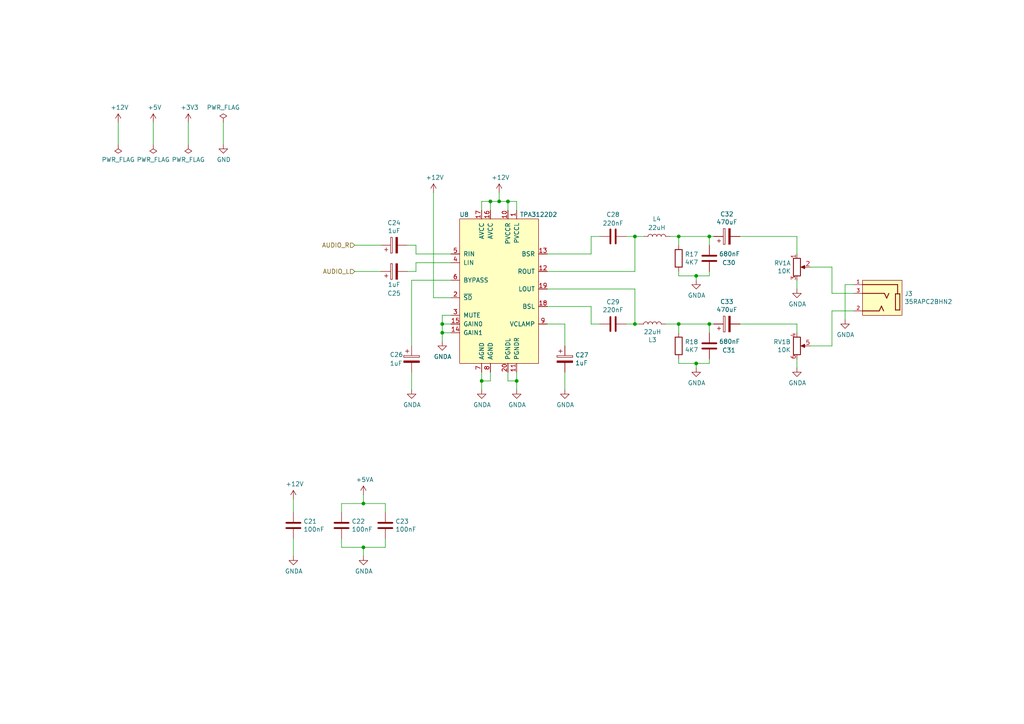
<source format=kicad_sch>
(kicad_sch (version 20230121) (generator eeschema)
  (paper "A4")
  (lib_symbols
    (symbol "Ddraig:35RAPC2BHN2" (pin_names (offset 1.016) hide)
      (property "Reference" "J" (at -5.08 7.62 0))
      (property "Value" "35RAPC2BHN2" (at -7.62 -6.35 0))
      (symbol "35RAPC2BHN2_0_0"
        (polyline (pts (xy -5.715 -2.286) (xy -5.715 2.413)) (stroke (width 0.254)))
        (polyline (pts (xy -5.715 2.413) (xy -5.08 2.413)) (stroke (width 0.254)))
        (polyline (pts (xy -5.08 2.413) (xy -4.445 2.413)) (stroke (width 0.254)))
        (polyline (pts (xy -5.08 5.08) (xy -5.08 2.413)) (stroke (width 0.254)))
        (polyline (pts (xy -4.445 -2.286) (xy -5.715 -2.286)) (stroke (width 0.254)))
        (polyline (pts (xy -4.445 2.413) (xy -4.445 -2.286)) (stroke (width 0.254)))
        (polyline (pts (xy -1.905 1.143) (xy -2.54 2.54)) (stroke (width 0.254)))
        (polyline (pts (xy -1.27 2.54) (xy -1.905 1.143)) (stroke (width 0.254)))
        (polyline (pts (xy -0.381 -1.143) (xy -1.016 -2.54)) (stroke (width 0.254)))
        (polyline (pts (xy 0.254 -2.54) (xy -0.381 -1.143)) (stroke (width 0.254)))
        (polyline (pts (xy 5.08 -2.54) (xy 0.254 -2.54)) (stroke (width 0.254)))
        (polyline (pts (xy 5.08 2.54) (xy -1.27 2.54)) (stroke (width 0.254)))
        (polyline (pts (xy 5.08 5.08) (xy -5.08 5.08)) (stroke (width 0.254)))
        (pin passive line (at 7.62 5.08 180) (length 2.54) (name "~") (number "1"))
        (pin passive line (at 7.62 -2.54 180) (length 2.54) (name "~") (number "2"))
        (pin passive line (at 7.62 2.54 180) (length 2.54) (name "~") (number "3"))
      )
      (symbol "35RAPC2BHN2_1_1"
        (rectangle (start -6.35 6.35) (end 5.08 -3.81) (fill (type background)))
      )
    )
    (symbol "Ddraig:TPA3122D2" (pin_names (offset 1.016))
      (property "Reference" "U" (at 8.89 22.86 0))
      (property "Value" "TPA3122D2" (at -12.7 -21.59 0))
      (symbol "TPA3122D2_0_1"
        (rectangle (start -11.43 21.59) (end 11.43 -20.32) (fill (type background)))
      )
      (symbol "TPA3122D2_1_1"
        (pin power_in line (at 5.08 24.13 270) (length 2.54) (name "PVCCL") (number "1"))
        (pin power_in line (at 2.54 24.13 270) (length 2.54) (name "PVCCR") (number "10"))
        (pin power_in line (at 5.08 -22.86 90) (length 2.54) (name "PGNDR") (number "11"))
        (pin output line (at 13.97 6.35 180) (length 2.54) (name "ROUT") (number "12"))
        (pin passive line (at 13.97 11.43 180) (length 2.54) (name "BSR") (number "13"))
        (pin input line (at -13.97 -11.43 0) (length 2.54) (name "GAIN1") (number "14"))
        (pin input line (at -13.97 -8.89 0) (length 2.54) (name "GAIN0") (number "15"))
        (pin power_in line (at -2.54 24.13 270) (length 2.54) (name "AVCC") (number "16"))
        (pin power_in line (at -5.08 24.13 270) (length 2.54) (name "AVCC") (number "17"))
        (pin passive line (at 13.97 -3.81 180) (length 2.54) (name "BSL") (number "18"))
        (pin output line (at 13.97 1.27 180) (length 2.54) (name "LOUT") (number "19"))
        (pin input line (at -13.97 -1.27 0) (length 2.54) (name "~{SD}") (number "2"))
        (pin power_in line (at 2.54 -22.86 90) (length 2.54) (name "PGNDL") (number "20"))
        (pin input line (at -13.97 -6.35 0) (length 2.54) (name "MUTE") (number "3"))
        (pin input line (at -13.97 8.89 0) (length 2.54) (name "LIN") (number "4"))
        (pin input line (at -13.97 11.43 0) (length 2.54) (name "RIN") (number "5"))
        (pin passive line (at -13.97 3.81 0) (length 2.54) (name "BYPASS") (number "6"))
        (pin power_in line (at -5.08 -22.86 90) (length 2.54) (name "AGND") (number "7"))
        (pin power_in line (at -2.54 -22.86 90) (length 2.54) (name "AGND") (number "8"))
        (pin input line (at 13.97 -8.89 180) (length 2.54) (name "VCLAMP") (number "9"))
      )
    )
    (symbol "Device:C" (pin_numbers hide) (pin_names (offset 0.254))
      (property "Reference" "C" (at 0.635 2.54 0))
      (property "Value" "C" (at 0.635 -2.54 0))
      (symbol "C_0_1"
        (polyline (pts (xy -2.032 -0.762) (xy 2.032 -0.762)) (stroke (width 0.508)))
        (polyline (pts (xy -2.032 0.762) (xy 2.032 0.762)) (stroke (width 0.508)))
      )
      (symbol "C_1_1"
        (pin passive line (at 0 3.81 270) (length 2.794) (name "~") (number "1"))
        (pin passive line (at 0 -3.81 90) (length 2.794) (name "~") (number "2"))
      )
    )
    (symbol "Device:C_Polarized" (pin_numbers hide) (pin_names (offset 0.254))
      (property "Reference" "C" (at 0.635 2.54 0))
      (property "Value" "C_Polarized" (at 0.635 -2.54 0))
      (symbol "C_Polarized_0_1"
        (rectangle (start -2.286 0.508) (end 2.286 1.016))
        (polyline (pts (xy -1.778 2.286) (xy -0.762 2.286)))
        (polyline (pts (xy -1.27 2.794) (xy -1.27 1.778)))
        (rectangle (start 2.286 -0.508) (end -2.286 -1.016) (fill (type outline)))
      )
      (symbol "C_Polarized_1_1"
        (pin passive line (at 0 3.81 270) (length 2.794) (name "~") (number "1"))
        (pin passive line (at 0 -3.81 90) (length 2.794) (name "~") (number "2"))
      )
    )
    (symbol "Device:L" (pin_numbers hide) (pin_names (offset 1.016) hide)
      (property "Reference" "L" (at -1.27 0 90))
      (property "Value" "L" (at 1.905 0 90))
      (symbol "L_0_1"
        (arc (start 0 -2.54) (mid 0.6323 -1.905) (end 0 -1.27))
        (arc (start 0 -1.27) (mid 0.6323 -0.635) (end 0 0))
        (arc (start 0 0) (mid 0.6323 0.635) (end 0 1.27))
        (arc (start 0 1.27) (mid 0.6323 1.905) (end 0 2.54))
      )
      (symbol "L_1_1"
        (pin passive line (at 0 3.81 270) (length 1.27) (name "1") (number "1"))
        (pin passive line (at 0 -3.81 90) (length 1.27) (name "2") (number "2"))
      )
    )
    (symbol "Device:R" (pin_numbers hide) (pin_names (offset 0))
      (property "Reference" "R" (at 2.032 0 90))
      (property "Value" "R" (at 0 0 90))
      (symbol "R_0_1"
        (rectangle (start -1.016 -2.54) (end 1.016 2.54) (stroke (width 0.254)))
      )
      (symbol "R_1_1"
        (pin passive line (at 0 3.81 270) (length 1.27) (name "~") (number "1"))
        (pin passive line (at 0 -3.81 90) (length 1.27) (name "~") (number "2"))
      )
    )
    (symbol "Device:R_Potentiometer_Dual_Separate" (pin_names (offset 1.016) hide)
      (property "Reference" "RV" (at -4.445 0 90))
      (property "Value" "R_Potentiometer_Dual_Separate" (at -2.54 0 90))
      (symbol "R_Potentiometer_Dual_Separate_0_1"
        (polyline (pts (xy 2.54 0) (xy 1.524 0)))
        (polyline (pts (xy 1.143 0) (xy 2.286 0.508) (xy 2.286 -0.508) (xy 1.143 0)) (fill (type outline)))
        (rectangle (start 1.016 2.54) (end -1.016 -2.54) (stroke (width 0.254)))
      )
      (symbol "R_Potentiometer_Dual_Separate_1_1"
        (pin passive line (at 0 3.81 270) (length 1.27) (name "1") (number "1"))
        (pin passive line (at 3.81 0 180) (length 1.27) (name "2") (number "2"))
        (pin passive line (at 0 -3.81 90) (length 1.27) (name "3") (number "3"))
      )
      (symbol "R_Potentiometer_Dual_Separate_2_1"
        (pin passive line (at 0 3.81 270) (length 1.27) (name "4") (number "4"))
        (pin passive line (at 3.81 0 180) (length 1.27) (name "5") (number "5"))
        (pin passive line (at 0 -3.81 90) (length 1.27) (name "6") (number "6"))
      )
    )
    (symbol "power:+12V" (power) (pin_names (offset 0))
      (property "Value" "+12V" (at 0 3.556 0))
      (symbol "+12V_0_1"
        (polyline (pts (xy -0.762 1.27) (xy 0 2.54)))
        (polyline (pts (xy 0 0) (xy 0 2.54)))
        (polyline (pts (xy 0 2.54) (xy 0.762 1.27)))
      )
      (symbol "+12V_1_1"
        (pin power_in line (at 0 0 90) (length 0) hide (name "+12V") (number "1"))
      )
    )
    (symbol "power:+3V3" (power) (pin_names (offset 0))
      (property "Value" "+3V3" (at 0 3.556 0))
      (symbol "+3V3_0_1"
        (polyline (pts (xy -0.762 1.27) (xy 0 2.54)))
        (polyline (pts (xy 0 0) (xy 0 2.54)))
        (polyline (pts (xy 0 2.54) (xy 0.762 1.27)))
      )
      (symbol "+3V3_1_1"
        (pin power_in line (at 0 0 90) (length 0) hide (name "+3V3") (number "1"))
      )
    )
    (symbol "power:+5V" (power) (pin_names (offset 0))
      (property "Value" "+5V" (at 0 3.556 0))
      (symbol "+5V_0_1"
        (polyline (pts (xy -0.762 1.27) (xy 0 2.54)))
        (polyline (pts (xy 0 0) (xy 0 2.54)))
        (polyline (pts (xy 0 2.54) (xy 0.762 1.27)))
      )
      (symbol "+5V_1_1"
        (pin power_in line (at 0 0 90) (length 0) hide (name "+5V") (number "1"))
      )
    )
    (symbol "power:+5VA" (power) (pin_names (offset 0))
      (property "Value" "+5VA" (at 0 3.556 0))
      (symbol "+5VA_0_1"
        (polyline (pts (xy -0.762 1.27) (xy 0 2.54)))
        (polyline (pts (xy 0 0) (xy 0 2.54)))
        (polyline (pts (xy 0 2.54) (xy 0.762 1.27)))
      )
      (symbol "+5VA_1_1"
        (pin power_in line (at 0 0 90) (length 0) hide (name "+5VA") (number "1"))
      )
    )
    (symbol "power:GND" (power) (pin_names (offset 0))
      (property "Value" "GND" (at 0 -3.81 0))
      (symbol "GND_0_1"
        (polyline (pts (xy 0 0) (xy 0 -1.27) (xy 1.27 -1.27) (xy 0 -2.54) (xy -1.27 -1.27) (xy 0 -1.27)))
      )
      (symbol "GND_1_1"
        (pin power_in line (at 0 0 270) (length 0) hide (name "GND") (number "1"))
      )
    )
    (symbol "power:GNDA" (power) (pin_names (offset 0))
      (property "Value" "GNDA" (at 0 -3.81 0))
      (symbol "GNDA_0_1"
        (polyline (pts (xy 0 0) (xy 0 -1.27) (xy 1.27 -1.27) (xy 0 -2.54) (xy -1.27 -1.27) (xy 0 -1.27)))
      )
      (symbol "GNDA_1_1"
        (pin power_in line (at 0 0 270) (length 0) hide (name "GNDA") (number "1"))
      )
    )
    (symbol "power:PWR_FLAG" (power) (pin_numbers hide) (pin_names (offset 0) hide)
      (property "Value" "PWR_FLAG" (at 0 3.81 0))
      (symbol "PWR_FLAG_0_0"
        (pin power_out line (at 0 0 90) (length 0) (name "pwr") (number "1"))
      )
      (symbol "PWR_FLAG_0_1"
        (polyline (pts (xy 0 0) (xy 0 1.27) (xy -1.016 1.905) (xy 0 2.54) (xy 1.016 1.905) (xy 0 1.27)))
      )
    )
  )
  (junction (at 205.74 68.58))
  (junction (at 139.7 110.49))
  (junction (at 149.86 110.49))
  (junction (at 201.93 80.01))
  (junction (at 147.32 58.42))
  (junction (at 196.85 93.98))
  (junction (at 201.93 105.41))
  (junction (at 205.74 93.98))
  (junction (at 184.15 93.98))
  (junction (at 128.27 96.52))
  (junction (at 144.78 58.42))
  (junction (at 105.41 158.75))
  (junction (at 128.27 93.98))
  (junction (at 196.85 68.58))
  (junction (at 142.24 58.42))
  (junction (at 105.41 146.05))
  (junction (at 184.15 68.58))
  (wire (pts (xy 130.81 81.28) (xy 119.38 81.28)))
  (wire (pts (xy 119.38 113.03) (xy 119.38 107.95)))
  (wire (pts (xy 147.32 110.49) (xy 149.86 110.49)))
  (wire (pts (xy 110.49 78.74) (xy 102.87 78.74)))
  (wire (pts (xy 139.7 113.03) (xy 139.7 110.49)))
  (wire (pts (xy 234.95 100.33) (xy 241.3 100.33)))
  (wire (pts (xy 205.74 105.41) (xy 205.74 104.14)))
  (wire (pts (xy 128.27 91.44) (xy 130.81 91.44)))
  (wire (pts (xy 205.74 68.58) (xy 205.74 71.12)))
  (wire (pts (xy 130.81 76.2) (xy 120.65 76.2)))
  (wire (pts (xy 201.93 106.68) (xy 201.93 105.41)))
  (wire (pts (xy 102.87 71.12) (xy 110.49 71.12)))
  (wire (pts (xy 54.61 41.91) (xy 54.61 35.56)))
  (wire (pts (xy 64.77 35.56) (xy 64.77 41.91)))
  (wire (pts (xy 120.65 73.66) (xy 130.81 73.66)))
  (wire (pts (xy 163.83 107.95) (xy 163.83 113.03)))
  (wire (pts (xy 105.41 143.51) (xy 105.41 146.05)))
  (wire (pts (xy 111.76 148.59) (xy 111.76 146.05)))
  (wire (pts (xy 196.85 105.41) (xy 201.93 105.41)))
  (wire (pts (xy 147.32 58.42) (xy 149.86 58.42)))
  (wire (pts (xy 85.09 144.78) (xy 85.09 148.59)))
  (wire (pts (xy 184.15 68.58) (xy 186.69 68.58)))
  (wire (pts (xy 196.85 68.58) (xy 205.74 68.58)))
  (wire (pts (xy 144.78 55.88) (xy 144.78 58.42)))
  (wire (pts (xy 142.24 60.96) (xy 142.24 58.42)))
  (wire (pts (xy 231.14 104.14) (xy 231.14 106.68)))
  (wire (pts (xy 231.14 68.58) (xy 231.14 73.66)))
  (wire (pts (xy 171.45 73.66) (xy 171.45 68.58)))
  (wire (pts (xy 193.04 93.98) (xy 196.85 93.98)))
  (wire (pts (xy 234.95 77.47) (xy 241.3 77.47)))
  (wire (pts (xy 158.75 93.98) (xy 163.83 93.98)))
  (wire (pts (xy 196.85 93.98) (xy 196.85 96.52)))
  (wire (pts (xy 196.85 78.74) (xy 196.85 80.01)))
  (wire (pts (xy 158.75 78.74) (xy 184.15 78.74)))
  (wire (pts (xy 139.7 110.49) (xy 142.24 110.49)))
  (wire (pts (xy 171.45 68.58) (xy 173.99 68.58)))
  (wire (pts (xy 241.3 85.09) (xy 247.65 85.09)))
  (wire (pts (xy 245.11 92.71) (xy 245.11 82.55)))
  (wire (pts (xy 205.74 93.98) (xy 207.01 93.98)))
  (wire (pts (xy 205.74 80.01) (xy 205.74 78.74)))
  (wire (pts (xy 241.3 100.33) (xy 241.3 90.17)))
  (wire (pts (xy 130.81 93.98) (xy 128.27 93.98)))
  (wire (pts (xy 181.61 68.58) (xy 184.15 68.58)))
  (wire (pts (xy 163.83 93.98) (xy 163.83 100.33)))
  (wire (pts (xy 158.75 83.82) (xy 184.15 83.82)))
  (wire (pts (xy 171.45 93.98) (xy 173.99 93.98)))
  (wire (pts (xy 119.38 81.28) (xy 119.38 100.33)))
  (wire (pts (xy 85.09 161.29) (xy 85.09 156.21)))
  (wire (pts (xy 105.41 146.05) (xy 99.06 146.05)))
  (wire (pts (xy 149.86 110.49) (xy 149.86 107.95)))
  (wire (pts (xy 245.11 82.55) (xy 247.65 82.55)))
  (wire (pts (xy 128.27 93.98) (xy 128.27 91.44)))
  (wire (pts (xy 149.86 113.03) (xy 149.86 110.49)))
  (wire (pts (xy 99.06 146.05) (xy 99.06 148.59)))
  (wire (pts (xy 120.65 76.2) (xy 120.65 78.74)))
  (wire (pts (xy 139.7 58.42) (xy 142.24 58.42)))
  (wire (pts (xy 201.93 81.28) (xy 201.93 80.01)))
  (wire (pts (xy 142.24 58.42) (xy 144.78 58.42)))
  (wire (pts (xy 194.31 68.58) (xy 196.85 68.58)))
  (wire (pts (xy 99.06 158.75) (xy 105.41 158.75)))
  (wire (pts (xy 231.14 81.28) (xy 231.14 83.82)))
  (wire (pts (xy 139.7 107.95) (xy 139.7 110.49)))
  (wire (pts (xy 128.27 99.06) (xy 128.27 96.52)))
  (wire (pts (xy 120.65 71.12) (xy 118.11 71.12)))
  (wire (pts (xy 196.85 71.12) (xy 196.85 68.58)))
  (wire (pts (xy 142.24 107.95) (xy 142.24 110.49)))
  (wire (pts (xy 201.93 105.41) (xy 205.74 105.41)))
  (wire (pts (xy 125.73 55.88) (xy 125.73 86.36)))
  (wire (pts (xy 184.15 83.82) (xy 184.15 93.98)))
  (wire (pts (xy 44.45 35.56) (xy 44.45 41.91)))
  (wire (pts (xy 139.7 60.96) (xy 139.7 58.42)))
  (wire (pts (xy 147.32 60.96) (xy 147.32 58.42)))
  (wire (pts (xy 201.93 80.01) (xy 205.74 80.01)))
  (wire (pts (xy 196.85 104.14) (xy 196.85 105.41)))
  (wire (pts (xy 171.45 88.9) (xy 171.45 93.98)))
  (wire (pts (xy 105.41 158.75) (xy 111.76 158.75)))
  (wire (pts (xy 205.74 68.58) (xy 207.01 68.58)))
  (wire (pts (xy 184.15 93.98) (xy 181.61 93.98)))
  (wire (pts (xy 111.76 156.21) (xy 111.76 158.75)))
  (wire (pts (xy 144.78 58.42) (xy 147.32 58.42)))
  (wire (pts (xy 99.06 156.21) (xy 99.06 158.75)))
  (wire (pts (xy 158.75 88.9) (xy 171.45 88.9)))
  (wire (pts (xy 205.74 96.52) (xy 205.74 93.98)))
  (wire (pts (xy 147.32 107.95) (xy 147.32 110.49)))
  (wire (pts (xy 128.27 96.52) (xy 128.27 93.98)))
  (wire (pts (xy 231.14 93.98) (xy 231.14 96.52)))
  (wire (pts (xy 241.3 90.17) (xy 247.65 90.17)))
  (wire (pts (xy 130.81 86.36) (xy 125.73 86.36)))
  (wire (pts (xy 149.86 58.42) (xy 149.86 60.96)))
  (wire (pts (xy 214.63 68.58) (xy 231.14 68.58)))
  (wire (pts (xy 241.3 77.47) (xy 241.3 85.09)))
  (wire (pts (xy 158.75 73.66) (xy 171.45 73.66)))
  (wire (pts (xy 196.85 93.98) (xy 205.74 93.98)))
  (wire (pts (xy 34.29 35.56) (xy 34.29 41.91)))
  (wire (pts (xy 184.15 78.74) (xy 184.15 68.58)))
  (wire (pts (xy 130.81 96.52) (xy 128.27 96.52)))
  (wire (pts (xy 118.11 78.74) (xy 120.65 78.74)))
  (wire (pts (xy 196.85 80.01) (xy 201.93 80.01)))
  (wire (pts (xy 184.15 93.98) (xy 185.42 93.98)))
  (wire (pts (xy 111.76 146.05) (xy 105.41 146.05)))
  (wire (pts (xy 120.65 71.12) (xy 120.65 73.66)))
  (wire (pts (xy 214.63 93.98) (xy 231.14 93.98)))
  (wire (pts (xy 105.41 161.29) (xy 105.41 158.75)))
  (hierarchical_label "AUDIO_L" (shape input) (at 102.87 78.74 180))
  (hierarchical_label "AUDIO_R" (shape input) (at 102.87 71.12 180))
  (symbol (lib_id "Ddraig:TPA3122D2") (at 144.78 85.09 0) (unit 1)
    (property "Reference" "U8" (at 134.62 62.23 0))
    (property "Value" "TPA3122D2" (at 156.21 62.23 0))
    (property "Footprint" "Package_DIP:DIP-20_W7.62mm_Socket" (effects hide))
  )
  (symbol (lib_id "Device:C_Polarized") (at 114.3 71.12 90) (unit 1)
    (property "Reference" "C24" (at 114.3 64.643 90))
    (property "Value" "1uF" (at 114.3 66.9544 90))
    (property "Footprint" "Capacitor_THT:CP_Radial_D5.0mm_P2.50mm" (effects hide))
  )
  (symbol (lib_id "Device:C_Polarized") (at 114.3 78.74 90) (unit 1)
    (property "Reference" "C25" (at 114.3 85.09 90))
    (property "Value" "1uF" (at 114.3 82.55 90))
    (property "Footprint" "Capacitor_THT:CP_Radial_D5.0mm_P2.50mm" (effects hide))
  )
  (symbol (lib_id "Device:C_Polarized") (at 163.83 104.14 0) (unit 1)
    (property "Reference" "C27" (at 166.8272 102.9716 0) (effects (justify left)))
    (property "Value" "1uF" (at 166.8272 105.283 0) (effects (justify left)))
    (property "Footprint" "Capacitor_THT:CP_Radial_D5.0mm_P2.50mm" (effects hide))
  )
  (symbol (lib_id "Device:C_Polarized") (at 119.38 104.14 0) (unit 1)
    (property "Reference" "C26" (at 113.03 102.87 0) (effects (justify left)))
    (property "Value" "1uF" (at 113.03 105.41 0) (effects (justify left)))
    (property "Footprint" "Capacitor_THT:CP_Radial_D5.0mm_P2.50mm" (effects hide))
  )
  (symbol (lib_id "Device:C") (at 177.8 68.58 90) (unit 1)
    (property "Reference" "C28" (at 177.8 62.23 90))
    (property "Value" "220nF" (at 177.8 64.77 90))
    (property "Footprint" "Capacitor_THT:C_Disc_D5.0mm_W2.5mm_P2.50mm" (effects hide))
  )
  (symbol (lib_id "Device:L") (at 190.5 68.58 90) (unit 1)
    (property "Reference" "L4" (at 190.5 63.5 90))
    (property "Value" "22uH" (at 190.5 66.04 90))
    (property "Footprint" "Inductor_THT:L_Radial_D8.7mm_P5.00mm_Fastron_07HCP" (effects hide))
  )
  (symbol (lib_id "Device:C_Polarized") (at 210.82 68.58 90) (unit 1)
    (property "Reference" "C32" (at 210.82 62.103 90))
    (property "Value" "470uF" (at 210.82 64.4144 90))
    (property "Footprint" "Capacitor_THT:CP_Radial_D8.0mm_P5.00mm" (effects hide))
  )
  (symbol (lib_id "Device:C") (at 205.74 74.93 180) (unit 1)
    (property "Reference" "C30" (at 213.36 76.2 0) (effects (justify left)))
    (property "Value" "680nF" (at 214.63 73.66 0) (effects (justify left)))
    (property "Footprint" "Capacitor_THT:C_Disc_D5.0mm_W2.5mm_P2.50mm" (effects hide))
  )
  (symbol (lib_id "Device:R") (at 196.85 74.93 0) (unit 1)
    (property "Reference" "R17" (at 198.628 73.7616 0) (effects (justify left)))
    (property "Value" "4K7" (at 198.628 76.073 0) (effects (justify left)))
    (property "Footprint" "Resistor_THT:R_Axial_DIN0207_L6.3mm_D2.5mm_P10.16mm_Horizontal" (effects hide))
  )
  (symbol (lib_id "Device:C") (at 177.8 93.98 270) (unit 1)
    (property "Reference" "C29" (at 177.8 87.5792 90))
    (property "Value" "220nF" (at 177.8 89.8906 90))
    (property "Footprint" "Capacitor_THT:C_Disc_D5.0mm_W2.5mm_P2.50mm" (effects hide))
  )
  (symbol (lib_id "Device:L") (at 189.23 93.98 90) (unit 1)
    (property "Reference" "L3" (at 189.23 98.5774 90))
    (property "Value" "22uH" (at 189.23 96.266 90))
    (property "Footprint" "Inductor_THT:L_Radial_D8.7mm_P5.00mm_Fastron_07HCP" (effects hide))
  )
  (symbol (lib_id "Device:C") (at 205.74 100.33 180) (unit 1)
    (property "Reference" "C31" (at 213.36 101.6 0) (effects (justify left)))
    (property "Value" "680nF" (at 214.63 99.06 0) (effects (justify left)))
    (property "Footprint" "Capacitor_THT:C_Disc_D5.0mm_W2.5mm_P2.50mm" (effects hide))
  )
  (symbol (lib_id "Device:R") (at 196.85 100.33 0) (unit 1)
    (property "Reference" "R18" (at 198.628 99.1616 0) (effects (justify left)))
    (property "Value" "4K7" (at 198.628 101.473 0) (effects (justify left)))
    (property "Footprint" "Resistor_THT:R_Axial_DIN0207_L6.3mm_D2.5mm_P10.16mm_Horizontal" (effects hide))
  )
  (symbol (lib_id "Device:C_Polarized") (at 210.82 93.98 90) (unit 1)
    (property "Reference" "C33" (at 210.82 87.503 90))
    (property "Value" "470uF" (at 210.82 89.8144 90))
    (property "Footprint" "Capacitor_THT:CP_Radial_D8.0mm_P5.00mm" (effects hide))
  )
  (symbol (lib_id "Device:R_Potentiometer_Dual_Separate") (at 231.14 77.47 0) (unit 1)
    (property "Reference" "RV1" (at 229.3874 76.3016 0) (effects (justify right)))
    (property "Value" "10K" (at 229.3874 78.613 0) (effects (justify right)))
    (property "Footprint" "Potentiometer_THT:Potentiometer_Alps_RK163_Dual_Horizontal" (effects hide))
  )
  (symbol (lib_id "Device:R_Potentiometer_Dual_Separate") (at 231.14 100.33 0) (unit 2)
    (property "Reference" "RV1" (at 229.362 99.1616 0) (effects (justify right)))
    (property "Value" "10K" (at 229.362 101.473 0) (effects (justify right)))
    (property "Footprint" "Potentiometer_THT:Potentiometer_Alps_RK163_Dual_Horizontal" (effects hide))
  )
  (symbol (lib_id "Ddraig:35RAPC2BHN2") (at 255.27 87.63 0) (mirror y) (unit 1)
    (property "Reference" "J3" (at 262.3312 85.1916 0) (effects (justify right)))
    (property "Value" "35RAPC2BHN2" (at 262.3312 87.503 0) (effects (justify right)))
    (property "Footprint" "Ddraig:SWITCHCRAFT_35RAPC2BHN2" (effects hide))
    (property "STANDARD" "Manufacturer Recommendations" (effects hide))
    (property "MAXIMUM_PACKAGE_HIEGHT" "6.1214mm" (effects hide))
    (property "MANUFACTURER" "Switchcraft Inc." (effects hide))
    (property "PARTREV" "L" (effects hide))
  )
  (symbol (lib_id "Device:C") (at 111.76 152.4 0) (unit 1)
    (property "Reference" "C23" (at 114.681 151.2316 0) (effects (justify left)))
    (property "Value" "100nF" (at 114.681 153.543 0) (effects (justify left)))
    (property "Footprint" "Capacitor_THT:C_Disc_D5.0mm_W2.5mm_P2.50mm" (effects hide))
  )
  (symbol (lib_id "Device:C") (at 99.06 152.4 0) (unit 1)
    (property "Reference" "C22" (at 101.981 151.2316 0) (effects (justify left)))
    (property "Value" "100nF" (at 101.981 153.543 0) (effects (justify left)))
    (property "Footprint" "Capacitor_THT:C_Disc_D5.0mm_W2.5mm_P2.50mm" (effects hide))
  )
  (symbol (lib_id "Device:C") (at 85.09 152.4 0) (unit 1)
    (property "Reference" "C21" (at 88.011 151.2316 0) (effects (justify left)))
    (property "Value" "100nF" (at 88.011 153.543 0) (effects (justify left)))
    (property "Footprint" "Capacitor_THT:C_Disc_D5.0mm_W2.5mm_P2.50mm" (effects hide))
  )
  (symbol (lib_id "power:+12V") (at 144.78 55.88 0) (unit 1)
    (property "Reference" "#PWR057" (effects hide))
    (property "Value" "+12V" (at 145.161 51.4858 0))
  )
  (symbol (lib_id "power:+12V") (at 125.73 55.88 0) (unit 1)
    (property "Reference" "#PWR054" (effects hide))
    (property "Value" "+12V" (at 126.111 51.4858 0))
  )
  (symbol (lib_id "power:+12V") (at 85.09 144.78 0) (unit 1)
    (property "Reference" "#PWR049" (effects hide))
    (property "Value" "+12V" (at 85.471 140.3858 0))
  )
  (symbol (lib_id "power:GNDA") (at 119.38 113.03 0) (unit 1)
    (property "Reference" "#PWR0101" (effects hide))
    (property "Value" "GNDA" (at 119.507 117.4242 0))
  )
  (symbol (lib_id "power:GNDA") (at 128.27 99.06 0) (unit 1)
    (property "Reference" "#PWR0102" (effects hide))
    (property "Value" "GNDA" (at 128.397 103.4542 0))
  )
  (symbol (lib_id "power:GNDA") (at 139.7 113.03 0) (unit 1)
    (property "Reference" "#PWR0110" (effects hide))
    (property "Value" "GNDA" (at 139.827 117.4242 0))
  )
  (symbol (lib_id "power:GNDA") (at 149.86 113.03 0) (unit 1)
    (property "Reference" "#PWR0103" (effects hide))
    (property "Value" "GNDA" (at 149.987 117.4242 0))
  )
  (symbol (lib_id "power:GNDA") (at 163.83 113.03 0) (unit 1)
    (property "Reference" "#PWR0104" (effects hide))
    (property "Value" "GNDA" (at 163.957 117.4242 0))
  )
  (symbol (lib_id "power:GNDA") (at 201.93 106.68 0) (unit 1)
    (property "Reference" "#PWR0105" (effects hide))
    (property "Value" "GNDA" (at 202.057 111.0742 0))
  )
  (symbol (lib_id "power:GNDA") (at 201.93 81.28 0) (unit 1)
    (property "Reference" "#PWR0106" (effects hide))
    (property "Value" "GNDA" (at 202.057 85.6742 0))
  )
  (symbol (lib_id "power:GNDA") (at 231.14 83.82 0) (unit 1)
    (property "Reference" "#PWR0107" (effects hide))
    (property "Value" "GNDA" (at 231.267 88.2142 0))
  )
  (symbol (lib_id "power:GNDA") (at 231.14 106.68 0) (unit 1)
    (property "Reference" "#PWR0108" (effects hide))
    (property "Value" "GNDA" (at 231.267 111.0742 0))
  )
  (symbol (lib_id "power:GNDA") (at 245.11 92.71 0) (unit 1)
    (property "Reference" "#PWR0109" (effects hide))
    (property "Value" "GNDA" (at 245.237 97.1042 0))
  )
  (symbol (lib_id "power:GNDA") (at 105.41 161.29 0) (unit 1)
    (property "Reference" "#PWR0111" (effects hide))
    (property "Value" "GNDA" (at 105.537 165.6842 0))
  )
  (symbol (lib_id "power:GNDA") (at 85.09 161.29 0) (unit 1)
    (property "Reference" "#PWR0112" (effects hide))
    (property "Value" "GNDA" (at 85.217 165.6842 0))
  )
  (symbol (lib_id "power:+5VA") (at 105.41 143.51 0) (unit 1)
    (property "Reference" "#PWR0113" (effects hide))
    (property "Value" "+5VA" (at 105.791 139.1158 0))
  )
  (symbol (lib_id "power:+5V") (at 44.45 35.56 0) (unit 1)
    (property "Reference" "#PWR046" (effects hide))
    (property "Value" "+5V" (at 44.831 31.1658 0))
  )
  (symbol (lib_id "power:+3V3") (at 54.61 35.56 0) (unit 1)
    (property "Reference" "#PWR047" (effects hide))
    (property "Value" "+3V3" (at 54.991 31.1658 0))
  )
  (symbol (lib_id "power:GND") (at 64.77 41.91 0) (unit 1)
    (property "Reference" "#PWR048" (effects hide))
    (property "Value" "GND" (at 64.897 46.3042 0))
  )
  (symbol (lib_id "power:PWR_FLAG") (at 64.77 35.56 0) (unit 1)
    (property "Reference" "#FLG06" (effects hide))
    (property "Value" "PWR_FLAG" (at 64.77 31.1658 0))
  )
  (symbol (lib_id "power:PWR_FLAG") (at 44.45 41.91 180) (unit 1)
    (property "Reference" "#FLG04" (effects hide))
    (property "Value" "PWR_FLAG" (at 44.45 46.3042 0))
  )
  (symbol (lib_id "power:PWR_FLAG") (at 54.61 41.91 180) (unit 1)
    (property "Reference" "#FLG05" (effects hide))
    (property "Value" "PWR_FLAG" (at 54.61 46.3042 0))
  )
  (symbol (lib_id "power:PWR_FLAG") (at 34.29 41.91 180) (unit 1)
    (property "Reference" "#FLG03" (effects hide))
    (property "Value" "PWR_FLAG" (at 34.29 46.3042 0))
  )
  (symbol (lib_id "power:+12V") (at 34.29 35.56 0) (unit 1)
    (property "Reference" "#PWR045" (effects hide))
    (property "Value" "+12V" (at 34.671 31.1658 0))
  )
)
</source>
